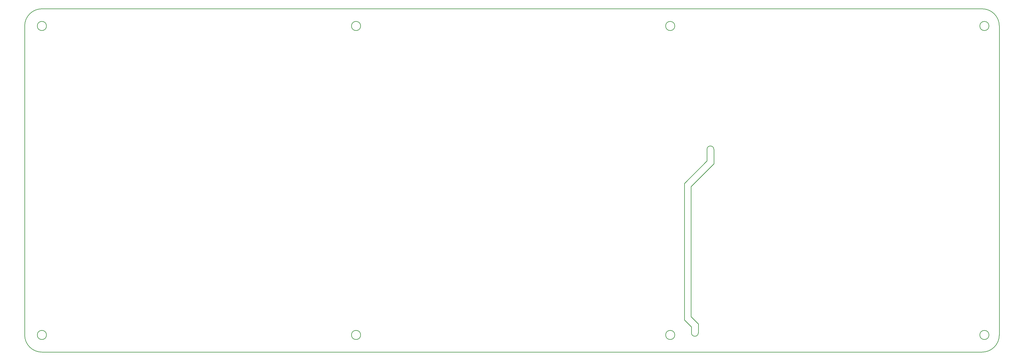
<source format=gbr>
%TF.GenerationSoftware,Altium Limited,Altium Designer,21.6.4 (81)*%
G04 Layer_Color=16711935*
%FSLAX43Y43*%
%MOMM*%
%TF.SameCoordinates,D4C572C6-D0EE-4933-9396-1D80D03FA8BE*%
%TF.FilePolarity,Positive*%
%TF.FileFunction,Keep-out,Top*%
%TF.Part,Single*%
G01*
G75*
%TA.AperFunction,NonConductor*%
%ADD99C,0.254*%
D99*
X300525Y88575D02*
G03*
X297525Y88575I-1500J0D01*
G01*
X290750Y8425D02*
G03*
X293750Y8425I1500J0D01*
G01*
X283500Y7500D02*
G03*
X283500Y7500I-2000J0D01*
G01*
X146500D02*
G03*
X146500Y7500I-2000J0D01*
G01*
Y142500D02*
G03*
X146500Y142500I-2000J0D01*
G01*
X283500D02*
G03*
X283500Y142500I-2000J0D01*
G01*
X9500Y7500D02*
G03*
X9500Y7500I-2000J0D01*
G01*
Y142500D02*
G03*
X9500Y142500I-2000J0D01*
G01*
X420500D02*
G03*
X420500Y142500I-2000J0D01*
G01*
Y7500D02*
G03*
X420500Y7500I-2000J0D01*
G01*
X0D02*
G03*
X7500Y0I7500J0D01*
G01*
Y150000D02*
G03*
X0Y142500I0J-7500D01*
G01*
X417500Y0D02*
G03*
X425000Y7500I0J7500D01*
G01*
Y142500D02*
G03*
X417500Y150000I-7500J0D01*
G01*
X300525Y82300D02*
Y86775D01*
X297525Y83543D02*
Y88018D01*
X300525Y86775D02*
Y88575D01*
X290550Y72325D02*
X300525Y82300D01*
X297525Y88018D02*
Y88575D01*
X287675Y73693D02*
X297525Y83543D01*
X293750Y8425D02*
Y12265D01*
X290550Y15465D02*
X293750Y12265D01*
X290750Y8425D02*
Y11025D01*
X287675Y14100D02*
X290750Y11025D01*
X290550Y72325D02*
X290550Y15465D01*
X287675Y73693D02*
X287675Y14100D01*
X425000Y142474D02*
X425000Y7480D01*
X7500Y150000D02*
X417500Y150000D01*
X-0Y142500D02*
X-0Y7500D01*
X7500Y-0D02*
X417500Y0D01*
%TF.MD5,bc9ad0f6ed1c7ff30de28b60feee7b81*%
M02*

</source>
